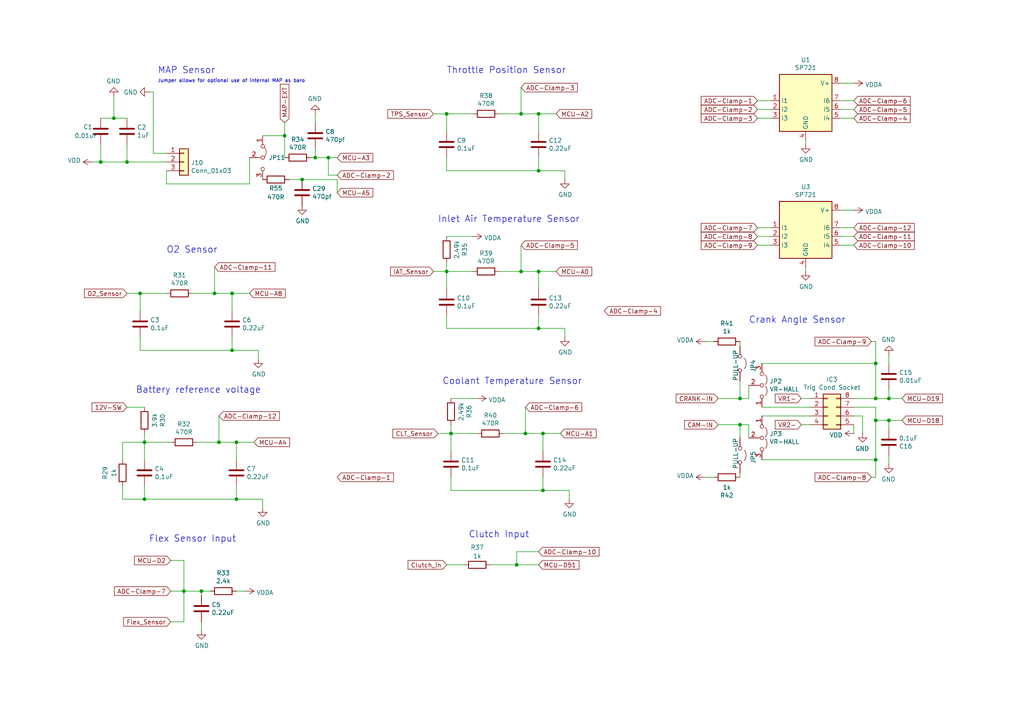
<source format=kicad_sch>
(kicad_sch (version 20250114) (generator "eeschema") (generator_version "9.0")
  (paper "A4")
  (title_block (title "0.4") (date "2021-03-27") (rev "4d") (company "Speeduino"))
  (lib_symbols
    (symbol "Connector_Generic:Conn_01x03" (pin_names (offset 1.016) (hide yes))
      (property "Reference" "J" (at 0 5.08 0))
      (property "Value" "Conn_01x03" (at 0 -5.08 0))
      (symbol "Conn_01x03_1_1"
        (rectangle (start -1.27 3.81) (end 1.27 -3.81) (stroke (width 0.254)) (fill (type background)))
        (rectangle (start -1.27 2.667) (end 0 2.413) (stroke (width 0.1524)))
        (rectangle (start -1.27 0.127) (end 0 -0.127) (stroke (width 0.1524)))
        (rectangle (start -1.27 -2.413) (end 0 -2.667) (stroke (width 0.1524)))
        (pin passive line (at -5.08 2.54 0) (length 3.81) (name "Pin_1") (number "1"))
        (pin passive line (at -5.08 0 0) (length 3.81) (name "Pin_2") (number "2"))
        (pin passive line (at -5.08 -2.54 0) (length 3.81) (name "Pin_3") (number "3"))
      )
    )
    (symbol "Connector_Generic:Conn_02x04_Counter_Clockwise" (pin_names (offset 1.016) (hide yes))
      (property "Reference" "J" (at 1.27 5.08 0))
      (property "Value" "Conn_02x04_Counter_Clockwise" (at 1.27 -7.62 0))
      (symbol "Conn_02x04_Counter_Clockwise_1_1"
        (rectangle (start -1.27 3.81) (end 3.81 -6.35) (stroke (width 0.254)) (fill (type background)))
        (rectangle (start -1.27 2.667) (end 0 2.413) (stroke (width 0.1524)))
        (rectangle (start -1.27 0.127) (end 0 -0.127) (stroke (width 0.1524)))
        (rectangle (start -1.27 -2.413) (end 0 -2.667) (stroke (width 0.1524)))
        (rectangle (start -1.27 -4.953) (end 0 -5.207) (stroke (width 0.1524)))
        (rectangle (start 3.81 2.667) (end 2.54 2.413) (stroke (width 0.1524)))
        (rectangle (start 3.81 0.127) (end 2.54 -0.127) (stroke (width 0.1524)))
        (rectangle (start 3.81 -2.413) (end 2.54 -2.667) (stroke (width 0.1524)))
        (rectangle (start 3.81 -4.953) (end 2.54 -5.207) (stroke (width 0.1524)))
        (pin passive line (at -5.08 2.54 0) (length 3.81) (name "Pin_1") (number "1"))
        (pin passive line (at -5.08 0 0) (length 3.81) (name "Pin_2") (number "2"))
        (pin passive line (at -5.08 -2.54 0) (length 3.81) (name "Pin_3") (number "3"))
        (pin passive line (at -5.08 -5.08 0) (length 3.81) (name "Pin_4") (number "4"))
        (pin passive line (at 7.62 2.54 180) (length 3.81) (name "Pin_8") (number "8"))
        (pin passive line (at 7.62 0 180) (length 3.81) (name "Pin_7") (number "7"))
        (pin passive line (at 7.62 -2.54 180) (length 3.81) (name "Pin_6") (number "6"))
        (pin passive line (at 7.62 -5.08 180) (length 3.81) (name "Pin_5") (number "5"))
      )
    )
    (symbol "Device:C" (pin_numbers (hide yes)) (pin_names (offset 0.254))
      (property "Reference" "C" (at 0.635 2.54 0))
      (property "Value" "C" (at 0.635 -2.54 0))
      (symbol "C_0_1"
        (polyline (pts (xy -2.032 0.762) (xy 2.032 0.762)) (stroke (width 0.508)))
        (polyline (pts (xy -2.032 -0.762) (xy 2.032 -0.762)) (stroke (width 0.508)))
      )
      (symbol "C_1_1"
        (pin passive line (at 0 3.81 270) (length 2.794) (name "~") (number "1"))
        (pin passive line (at 0 -3.81 90) (length 2.794) (name "~") (number "2"))
      )
    )
    (symbol "Device:R" (pin_numbers (hide yes)) (pin_names (offset 0))
      (property "Reference" "R" (at 2.032 0 90))
      (property "Value" "R" (at 0 0 90))
      (symbol "R_0_1"
        (rectangle (start -1.016 -2.54) (end 1.016 2.54) (stroke (width 0.254)))
      )
      (symbol "R_1_1"
        (pin passive line (at 0 3.81 270) (length 1.27) (name "~") (number "1"))
        (pin passive line (at 0 -3.81 90) (length 1.27) (name "~") (number "2"))
      )
    )
    (symbol "IC_Automotive:SP721"
      (property "Reference" "U" (at 0 15.875 0))
      (property "Value" "IC_Automotive_SP721" (at 0 13.97 0))
      (symbol "SP721_0_1"
        (rectangle (start -7.62 -3.81) (end 7.62 12.7) (stroke (width 0.254)) (fill (type background)))
      )
      (symbol "SP721_1_1"
        (pin input line (at -10.16 5.08 0) (length 2.54) (name "I1") (number "1"))
        (pin input line (at -10.16 2.54 0) (length 2.54) (name "I2") (number "2"))
        (pin input line (at -10.16 0 0) (length 2.54) (name "I3") (number "3"))
        (pin power_in line (at 0 -6.35 90) (length 2.54) (name "GND") (number "4"))
        (pin power_in line (at 10.16 10.16 180) (length 2.54) (name "V+") (number "8"))
        (pin input line (at 10.16 5.08 180) (length 2.54) (name "I6") (number "7"))
        (pin input line (at 10.16 2.54 180) (length 2.54) (name "I5") (number "6"))
        (pin input line (at 10.16 0 180) (length 2.54) (name "I4") (number "5"))
      )
    )
    (symbol "Jumper:Jumper_2_Open" (pin_numbers (hide yes)) (pin_names (offset 0) (hide yes))
      (property "Reference" "JP" (at 0 2.794 0))
      (property "Value" "Jumper_2_Open" (at 0 -2.286 0))
      (symbol "Jumper_2_Open_0_0"
        (circle (center -2.032 0) (radius 0.508))
        (circle (center 2.032 0) (radius 0.508))
      )
      (symbol "Jumper_2_Open_0_1"
        (arc (start -1.524 1.27) (mid 0 1.778) (end 1.524 1.27))
      )
      (symbol "Jumper_2_Open_1_1"
        (pin passive line (at -5.08 0 0) (length 2.54) (name "A") (number "1"))
        (pin passive line (at 5.08 0 180) (length 2.54) (name "B") (number "2"))
      )
    )
    (symbol "Jumper:Jumper_3_Bridged12" (pin_names (offset 0) (hide yes)) (in_bom no)
      (property "Reference" "JP" (at -2.54 -2.54 0))
      (property "Value" "Jumper_3_Bridged12" (at 0 2.794 0))
      (symbol "Jumper_3_Bridged12_0_0"
        (circle (center -3.302 0) (radius 0.508))
        (circle (center 0 0) (radius 0.508))
        (circle (center 3.302 0) (radius 0.508))
      )
      (symbol "Jumper_3_Bridged12_0_1"
        (arc (start -3.048 0.508) (mid -1.651 0.9912) (end -0.254 0.508))
        (polyline (pts (xy 0 -1.27) (xy 0 -0.508)))
      )
      (symbol "Jumper_3_Bridged12_1_1"
        (pin passive line (at -6.35 0 0) (length 2.54) (name "A") (number "1"))
        (pin passive line (at 0 -3.81 90) (length 2.54) (name "C") (number "2"))
        (pin passive line (at 6.35 0 180) (length 2.54) (name "B") (number "3"))
      )
    )
    (symbol "Jumper:Jumper_3_Open" (pin_names (offset 0) (hide yes)) (in_bom no)
      (property "Reference" "JP" (at -2.54 -2.54 0))
      (property "Value" "Jumper_3_Open" (at 0 2.794 0))
      (symbol "Jumper_3_Open_0_0"
        (circle (center -3.302 0) (radius 0.508))
        (circle (center 0 0) (radius 0.508))
        (circle (center 3.302 0) (radius 0.508))
      )
      (symbol "Jumper_3_Open_0_1"
        (arc (start -3.048 1.016) (mid -1.651 1.4992) (end -0.254 1.016))
        (polyline (pts (xy 0 -0.508) (xy 0 -1.27)))
        (arc (start 0.254 1.016) (mid 1.651 1.4992) (end 3.048 1.016))
      )
      (symbol "Jumper_3_Open_1_1"
        (pin passive line (at -6.35 0 0) (length 2.54) (name "A") (number "1"))
        (pin passive line (at 0 -3.81 90) (length 2.54) (name "C") (number "2"))
        (pin passive line (at 6.35 0 180) (length 2.54) (name "B") (number "3"))
      )
    )
    (symbol "power:GND" (power) (pin_numbers (hide yes)) (pin_names (offset 0) (hide yes))
      (property "Value" "GND" (at 0 -3.81 0))
      (symbol "GND_0_1"
        (polyline (pts (xy 0 0) (xy 0 -1.27) (xy 1.27 -1.27) (xy 0 -2.54) (xy -1.27 -1.27) (xy 0 -1.27)))
      )
      (symbol "GND_1_1"
        (pin power_in line (at 0 0 270) (length 0) (name "~") (number "1"))
      )
    )
    (symbol "power:VDD" (power) (pin_numbers (hide yes)) (pin_names (offset 0) (hide yes))
      (property "Value" "VDD" (at 0 3.556 0))
      (symbol "VDD_0_1"
        (polyline (pts (xy -0.762 1.27) (xy 0 2.54)))
        (polyline (pts (xy 0 2.54) (xy 0.762 1.27)))
        (polyline (pts (xy 0 0) (xy 0 2.54)))
      )
      (symbol "VDD_1_1"
        (pin power_in line (at 0 0 90) (length 0) (name "~") (number "1"))
      )
    )
    (symbol "power:VDDA" (power) (pin_numbers (hide yes)) (pin_names (offset 0) (hide yes))
      (property "Value" "VDDA" (at 0 3.556 0))
      (symbol "VDDA_0_1"
        (polyline (pts (xy -0.762 1.27) (xy 0 2.54)))
        (polyline (pts (xy 0 2.54) (xy 0.762 1.27)))
        (polyline (pts (xy 0 0) (xy 0 2.54)))
      )
      (symbol "VDDA_1_1"
        (pin power_in line (at 0 0 90) (length 0) (name "~") (number "1"))
      )
    )
  )
  (text "Battery reference voltage" (at 39.37 114.3 0) (effects (font (size 1.8796 1.8796)) (justify left bottom)))
  (text "Clutch Input" (at 135.89 156.21 0) (effects (font (size 1.8796 1.8796)) (justify left bottom)))
  (text "Flex Sensor Input" (at 43.18 157.48 0) (effects (font (size 1.8796 1.8796)) (justify left bottom)))
  (text "Coolant Temperature Sensor" (at 128.27 111.76 0) (effects (font (size 1.8796 1.8796)) (justify left bottom)))
  (text "Jumper allows for optional use of internal MAP as baro" (at 45.72 24.13 0) (effects (font (size 0.9906 0.9906)) (justify left bottom)))
  (text "MAP Sensor" (at 45.72 21.59 0) (effects (font (size 1.8796 1.8796)) (justify left bottom)))
  (text "O2 Sensor" (at 48.26 73.66 0) (effects (font (size 1.8796 1.8796)) (justify left bottom)))
  (text "Inlet Air Temperature Sensor" (at 127 64.77 0) (effects (font (size 1.8796 1.8796)) (justify left bottom)))
  (text "Crank Angle Sensor" (at 217.17 93.98 0) (effects (font (size 1.8796 1.8796)) (justify left bottom)))
  (text "Throttle Position Sensor" (at 129.54 21.59 0) (effects (font (size 1.8796 1.8796)) (justify left bottom)))
  (junction (at 254 133.35))
  (junction (at 58.42 171.45))
  (junction (at 214.63 115.57))
  (junction (at 257.81 115.57))
  (junction (at 149.86 163.83))
  (junction (at 95.25 45.72))
  (junction (at 156.21 33.02))
  (junction (at 254 121.92))
  (junction (at 67.31 101.6))
  (junction (at 156.21 49.53))
  (junction (at 68.58 128.27))
  (junction (at 91.44 45.72))
  (junction (at 214.63 123.19))
  (junction (at 63.5 128.27))
  (junction (at 257.81 121.92))
  (junction (at 41.91 144.78))
  (junction (at 157.48 125.73))
  (junction (at 87.63 52.07))
  (junction (at 33.02 34.29))
  (junction (at 53.34 171.45))
  (junction (at 156.21 78.74))
  (junction (at 152.4 125.73))
  (junction (at 254 115.57))
  (junction (at 36.83 46.99))
  (junction (at 151.13 33.02))
  (junction (at 29.21 46.99))
  (junction (at 41.91 128.27))
  (junction (at 151.13 78.74))
  (junction (at 254 105.41))
  (junction (at 156.21 95.25))
  (junction (at 157.48 142.24))
  (junction (at 40.64 85.09))
  (junction (at 62.23 85.09))
  (junction (at 129.54 78.74))
  (junction (at 82.55 39.37))
  (junction (at 68.58 144.78))
  (junction (at 129.54 33.02))
  (junction (at 130.81 125.73))
  (junction (at 67.31 85.09))
  (wire (pts (xy 67.31 85.09) (xy 67.31 90.17)))
  (wire (pts (xy 62.23 77.47) (xy 62.23 85.09)))
  (wire (pts (xy 53.34 171.45) (xy 49.53 171.45)))
  (wire (pts (xy 36.83 46.99) (xy 48.26 46.99)))
  (wire (pts (xy 62.23 85.09) (xy 67.31 85.09)))
  (wire (pts (xy 214.63 137.16) (xy 214.63 138.43)))
  (wire (pts (xy 130.81 142.24) (xy 157.48 142.24)))
  (wire (pts (xy 142.24 163.83) (xy 149.86 163.83)))
  (wire (pts (xy 151.13 25.4) (xy 151.13 33.02)))
  (wire (pts (xy 72.39 85.09) (xy 67.31 85.09)))
  (wire (pts (xy 76.2 39.37) (xy 82.55 39.37)))
  (wire (pts (xy 214.63 99.06) (xy 214.63 100.33)))
  (wire (pts (xy 149.86 163.83) (xy 156.21 163.83)))
  (wire (pts (xy 151.13 71.12) (xy 151.13 78.74)))
  (wire (pts (xy 95.25 50.8) (xy 95.25 45.72)))
  (wire (pts (xy 161.29 78.74) (xy 156.21 78.74)))
  (wire (pts (xy 254 121.92) (xy 257.81 121.92)))
  (wire (pts (xy 68.58 140.97) (xy 68.58 144.78)))
  (wire (pts (xy 129.54 38.1) (xy 129.54 33.02)))
  (wire (pts (xy 63.5 120.65) (xy 63.5 128.27)))
  (wire (pts (xy 157.48 142.24) (xy 165.1 142.24)))
  (wire (pts (xy 125.73 78.74) (xy 129.54 78.74)))
  (wire (pts (xy 33.02 34.29) (xy 33.02 27.94)))
  (wire (pts (xy 72.39 53.34) (xy 72.39 45.72)))
  (wire (pts (xy 247.65 66.04) (xy 243.84 66.04)))
  (wire (pts (xy 254 138.43) (xy 254 133.35)))
  (wire (pts (xy 35.56 133.35) (xy 35.56 128.27)))
  (wire (pts (xy 127 125.73) (xy 130.81 125.73)))
  (wire (pts (xy 129.54 78.74) (xy 137.16 78.74)))
  (wire (pts (xy 243.84 68.58) (xy 247.65 68.58)))
  (wire (pts (xy 254 121.92) (xy 254 118.11)))
  (wire (pts (xy 57.15 128.27) (xy 63.5 128.27)))
  (wire (pts (xy 156.21 33.02) (xy 156.21 38.1)))
  (wire (pts (xy 220.98 118.11) (xy 234.95 118.11)))
  (wire (pts (xy 129.54 33.02) (xy 137.16 33.02)))
  (wire (pts (xy 232.41 123.19) (xy 234.95 123.19)))
  (wire (pts (xy 247.65 24.13) (xy 243.84 24.13)))
  (wire (pts (xy 29.21 46.99) (xy 36.83 46.99)))
  (wire (pts (xy 129.54 76.2) (xy 129.54 78.74)))
  (wire (pts (xy 233.68 41.91) (xy 233.68 40.64)))
  (wire (pts (xy 29.21 34.29) (xy 33.02 34.29)))
  (wire (pts (xy 36.83 85.09) (xy 40.64 85.09)))
  (wire (pts (xy 247.65 123.19) (xy 247.65 125.73)))
  (wire (pts (xy 91.44 35.56) (xy 91.44 33.02)))
  (wire (pts (xy 129.54 163.83) (xy 134.62 163.83)))
  (wire (pts (xy 261.62 121.92) (xy 257.81 121.92)))
  (wire (pts (xy 95.25 45.72) (xy 97.79 45.72)))
  (wire (pts (xy 73.66 128.27) (xy 68.58 128.27)))
  (wire (pts (xy 129.54 49.53) (xy 156.21 49.53)))
  (wire (pts (xy 82.55 35.56) (xy 82.55 39.37)))
  (wire (pts (xy 91.44 45.72) (xy 95.25 45.72)))
  (wire (pts (xy 208.28 115.57) (xy 214.63 115.57)))
  (wire (pts (xy 60.96 171.45) (xy 58.42 171.45)))
  (wire (pts (xy 138.43 115.57) (xy 130.81 115.57)))
  (wire (pts (xy 257.81 134.62) (xy 257.81 132.08)))
  (wire (pts (xy 157.48 138.43) (xy 157.48 142.24)))
  (wire (pts (xy 41.91 144.78) (xy 68.58 144.78)))
  (wire (pts (xy 40.64 90.17) (xy 40.64 85.09)))
  (wire (pts (xy 68.58 144.78) (xy 76.2 144.78)))
  (wire (pts (xy 157.48 125.73) (xy 157.48 130.81)))
  (wire (pts (xy 214.63 115.57) (xy 217.17 115.57)))
  (wire (pts (xy 252.73 99.06) (xy 254 99.06)))
  (wire (pts (xy 214.63 127) (xy 214.63 123.19)))
  (wire (pts (xy 156.21 95.25) (xy 163.83 95.25)))
  (wire (pts (xy 156.21 160.02) (xy 149.86 160.02)))
  (wire (pts (xy 91.44 45.72) (xy 91.44 43.18)))
  (wire (pts (xy 137.16 68.58) (xy 129.54 68.58)))
  (wire (pts (xy 247.65 60.96) (xy 243.84 60.96)))
  (wire (pts (xy 35.56 128.27) (xy 41.91 128.27)))
  (wire (pts (xy 156.21 45.72) (xy 156.21 49.53)))
  (wire (pts (xy 44.45 26.67) (xy 44.45 44.45)))
  (wire (pts (xy 53.34 180.34) (xy 53.34 171.45)))
  (wire (pts (xy 257.81 115.57) (xy 257.81 113.03)))
  (wire (pts (xy 82.55 39.37) (xy 82.55 45.72)))
  (wire (pts (xy 26.67 46.99) (xy 29.21 46.99)))
  (wire (pts (xy 41.91 140.97) (xy 41.91 144.78)))
  (wire (pts (xy 76.2 144.78) (xy 76.2 147.32)))
  (wire (pts (xy 254 115.57) (xy 257.81 115.57)))
  (wire (pts (xy 29.21 46.99) (xy 29.21 41.91)))
  (wire (pts (xy 254 133.35) (xy 254 121.92)))
  (wire (pts (xy 130.81 138.43) (xy 130.81 142.24)))
  (wire (pts (xy 219.71 29.21) (xy 223.52 29.21)))
  (wire (pts (xy 125.73 33.02) (xy 129.54 33.02)))
  (wire (pts (xy 49.53 180.34) (xy 53.34 180.34)))
  (wire (pts (xy 220.98 133.35) (xy 254 133.35)))
  (wire (pts (xy 97.79 52.07) (xy 87.63 52.07)))
  (wire (pts (xy 33.02 34.29) (xy 36.83 34.29)))
  (wire (pts (xy 44.45 44.45) (xy 48.26 44.45)))
  (wire (pts (xy 67.31 101.6) (xy 74.93 101.6)))
  (wire (pts (xy 40.64 85.09) (xy 48.26 85.09)))
  (wire (pts (xy 53.34 162.56) (xy 53.34 171.45)))
  (wire (pts (xy 35.56 140.97) (xy 35.56 144.78)))
  (wire (pts (xy 219.71 34.29) (xy 223.52 34.29)))
  (wire (pts (xy 43.18 26.67) (xy 44.45 26.67)))
  (wire (pts (xy 243.84 29.21) (xy 247.65 29.21)))
  (wire (pts (xy 204.47 99.06) (xy 207.01 99.06)))
  (wire (pts (xy 48.26 49.53) (xy 48.26 53.34)))
  (wire (pts (xy 163.83 49.53) (xy 163.83 52.07)))
  (wire (pts (xy 219.71 66.04) (xy 223.52 66.04)))
  (wire (pts (xy 36.83 46.99) (xy 36.83 41.91)))
  (wire (pts (xy 247.65 120.65) (xy 250.19 120.65)))
  (wire (pts (xy 41.91 133.35) (xy 41.91 128.27)))
  (wire (pts (xy 217.17 115.57) (xy 217.17 111.76)))
  (wire (pts (xy 223.52 68.58) (xy 219.71 68.58)))
  (wire (pts (xy 68.58 171.45) (xy 71.12 171.45)))
  (wire (pts (xy 250.19 120.65) (xy 250.19 125.73)))
  (wire (pts (xy 146.05 125.73) (xy 152.4 125.73)))
  (wire (pts (xy 97.79 50.8) (xy 95.25 50.8)))
  (wire (pts (xy 247.65 71.12) (xy 243.84 71.12)))
  (wire (pts (xy 68.58 128.27) (xy 68.58 133.35)))
  (wire (pts (xy 220.98 105.41) (xy 254 105.41)))
  (wire (pts (xy 152.4 118.11) (xy 152.4 125.73)))
  (wire (pts (xy 152.4 125.73) (xy 157.48 125.73)))
  (wire (pts (xy 63.5 128.27) (xy 68.58 128.27)))
  (wire (pts (xy 165.1 142.24) (xy 165.1 144.78)))
  (wire (pts (xy 83.82 52.07) (xy 87.63 52.07)))
  (wire (pts (xy 217.17 123.19) (xy 217.17 127)))
  (wire (pts (xy 40.64 97.79) (xy 40.64 101.6)))
  (wire (pts (xy 156.21 49.53) (xy 163.83 49.53)))
  (wire (pts (xy 208.28 123.19) (xy 214.63 123.19)))
  (wire (pts (xy 48.26 53.34) (xy 72.39 53.34)))
  (wire (pts (xy 130.81 130.81) (xy 130.81 125.73)))
  (wire (pts (xy 129.54 45.72) (xy 129.54 49.53)))
  (wire (pts (xy 144.78 78.74) (xy 151.13 78.74)))
  (wire (pts (xy 247.65 31.75) (xy 243.84 31.75)))
  (wire (pts (xy 129.54 95.25) (xy 156.21 95.25)))
  (wire (pts (xy 129.54 91.44) (xy 129.54 95.25)))
  (wire (pts (xy 261.62 115.57) (xy 257.81 115.57)))
  (wire (pts (xy 36.83 118.11) (xy 41.91 118.11)))
  (wire (pts (xy 232.41 115.57) (xy 234.95 115.57)))
  (wire (pts (xy 130.81 125.73) (xy 138.43 125.73)))
  (wire (pts (xy 243.84 34.29) (xy 247.65 34.29)))
  (wire (pts (xy 67.31 97.79) (xy 67.31 101.6)))
  (wire (pts (xy 220.98 120.65) (xy 234.95 120.65)))
  (wire (pts (xy 35.56 144.78) (xy 41.91 144.78)))
  (wire (pts (xy 41.91 128.27) (xy 49.53 128.27)))
  (wire (pts (xy 151.13 33.02) (xy 156.21 33.02)))
  (wire (pts (xy 233.68 77.47) (xy 233.68 78.74)))
  (wire (pts (xy 254 99.06) (xy 254 105.41)))
  (wire (pts (xy 254 118.11) (xy 247.65 118.11)))
  (wire (pts (xy 58.42 172.72) (xy 58.42 171.45)))
  (wire (pts (xy 163.83 95.25) (xy 163.83 97.79)))
  (wire (pts (xy 129.54 83.82) (xy 129.54 78.74)))
  (wire (pts (xy 162.56 125.73) (xy 157.48 125.73)))
  (wire (pts (xy 257.81 102.87) (xy 257.81 105.41)))
  (wire (pts (xy 144.78 33.02) (xy 151.13 33.02)))
  (wire (pts (xy 204.47 138.43) (xy 207.01 138.43)))
  (wire (pts (xy 156.21 78.74) (xy 156.21 83.82)))
  (wire (pts (xy 151.13 78.74) (xy 156.21 78.74)))
  (wire (pts (xy 58.42 171.45) (xy 53.34 171.45)))
  (wire (pts (xy 49.53 162.56) (xy 53.34 162.56)))
  (wire (pts (xy 219.71 71.12) (xy 223.52 71.12)))
  (wire (pts (xy 161.29 33.02) (xy 156.21 33.02)))
  (wire (pts (xy 214.63 123.19) (xy 217.17 123.19)))
  (wire (pts (xy 40.64 101.6) (xy 67.31 101.6)))
  (wire (pts (xy 247.65 115.57) (xy 254 115.57)))
  (wire (pts (xy 149.86 160.02) (xy 149.86 163.83)))
  (wire (pts (xy 97.79 55.88) (xy 97.79 52.07)))
  (wire (pts (xy 58.42 182.88) (xy 58.42 180.34)))
  (wire (pts (xy 223.52 31.75) (xy 219.71 31.75)))
  (wire (pts (xy 156.21 91.44) (xy 156.21 95.25)))
  (wire (pts (xy 252.73 138.43) (xy 254 138.43)))
  (wire (pts (xy 254 105.41) (xy 254 115.57)))
  (wire (pts (xy 55.88 85.09) (xy 62.23 85.09)))
  (wire (pts (xy 214.63 110.49) (xy 214.63 115.57)))
  (wire (pts (xy 130.81 123.19) (xy 130.81 125.73)))
  (wire (pts (xy 74.93 101.6) (xy 74.93 104.14)))
  (wire (pts (xy 257.81 121.92) (xy 257.81 124.46)))
  (wire (pts (xy 41.91 125.73) (xy 41.91 128.27)))
  (wire (pts (xy 90.17 45.72) (xy 91.44 45.72)))
  (global_label "ADC-Clamp-10" (shape input) (at 247.65 71.12 0) (property "Intersheetrefs" "${INTERSHEET_REFS}" (effects (hide yes))))
  (global_label "ADC-Clamp-2" (shape input) (at 97.79 50.8 0) (property "Intersheetrefs" "${INTERSHEET_REFS}" (effects (hide yes))))
  (global_label "MCU-A3" (shape input) (at 97.79 45.72 0) (property "Intersheetrefs" "${INTERSHEET_REFS}" (effects (hide yes))))
  (global_label "ADC-Clamp-6" (shape input) (at 247.65 29.21 0) (property "Intersheetrefs" "${INTERSHEET_REFS}" (effects (hide yes))))
  (global_label "ADC-Clamp-8" (shape input) (at 252.73 138.43 180) (property "Intersheetrefs" "${INTERSHEET_REFS}" (effects (hide yes))))
  (global_label "MCU-A4" (shape input) (at 73.66 128.27 0) (property "Intersheetrefs" "${INTERSHEET_REFS}" (effects (hide yes))))
  (global_label "ADC-Clamp-9" (shape input) (at 219.71 71.12 180) (property "Intersheetrefs" "${INTERSHEET_REFS}" (effects (hide yes))))
  (global_label "MAP-EXT" (shape input) (at 82.55 35.56 90) (property "Intersheetrefs" "${INTERSHEET_REFS}" (effects (hide yes))))
  (global_label "ADC-Clamp-8" (shape input) (at 219.71 68.58 180) (property "Intersheetrefs" "${INTERSHEET_REFS}" (effects (hide yes))))
  (global_label "MCU-D2" (shape input) (at 49.53 162.56 180) (property "Intersheetrefs" "${INTERSHEET_REFS}" (effects (hide yes))))
  (global_label "MCU-D51" (shape input) (at 156.21 163.83 0) (property "Intersheetrefs" "${INTERSHEET_REFS}" (effects (hide yes))))
  (global_label "ADC-Clamp-9" (shape input) (at 252.73 99.06 180) (property "Intersheetrefs" "${INTERSHEET_REFS}" (effects (hide yes))))
  (global_label "ADC-Clamp-12" (shape input) (at 247.65 66.04 0) (property "Intersheetrefs" "${INTERSHEET_REFS}" (effects (hide yes))))
  (global_label "CAM-IN" (shape input) (at 208.28 123.19 180) (property "Intersheetrefs" "${INTERSHEET_REFS}" (effects (hide yes))))
  (global_label "ADC-Clamp-4" (shape input) (at 175.26 90.17 0) (property "Intersheetrefs" "${INTERSHEET_REFS}" (effects (hide yes))))
  (global_label "MCU-A8" (shape input) (at 72.39 85.09 0) (property "Intersheetrefs" "${INTERSHEET_REFS}" (effects (hide yes))))
  (global_label "MCU-A1" (shape input) (at 162.56 125.73 0) (property "Intersheetrefs" "${INTERSHEET_REFS}" (effects (hide yes))))
  (global_label "ADC-Clamp-1" (shape input) (at 219.71 29.21 180) (property "Intersheetrefs" "${INTERSHEET_REFS}" (effects (hide yes))))
  (global_label "MCU-A2" (shape input) (at 161.29 33.02 0) (property "Intersheetrefs" "${INTERSHEET_REFS}" (effects (hide yes))))
  (global_label "ADC-Clamp-7" (shape input) (at 49.53 171.45 180) (property "Intersheetrefs" "${INTERSHEET_REFS}" (effects (hide yes))))
  (global_label "ADC-Clamp-5" (shape input) (at 151.13 71.12 0) (property "Intersheetrefs" "${INTERSHEET_REFS}" (effects (hide yes))))
  (global_label "VR2-" (shape input) (at 232.41 123.19 180) (property "Intersheetrefs" "${INTERSHEET_REFS}" (effects (hide yes))))
  (global_label "Clutch_in" (shape input) (at 129.54 163.83 180) (property "Intersheetrefs" "${INTERSHEET_REFS}" (effects (hide yes))))
  (global_label "ADC-Clamp-11" (shape input) (at 247.65 68.58 0) (property "Intersheetrefs" "${INTERSHEET_REFS}" (effects (hide yes))))
  (global_label "MCU-A0" (shape input) (at 161.29 78.74 0) (property "Intersheetrefs" "${INTERSHEET_REFS}" (effects (hide yes))))
  (global_label "Flex_Sensor" (shape input) (at 49.53 180.34 180) (property "Intersheetrefs" "${INTERSHEET_REFS}" (effects (hide yes))))
  (global_label "MCU-A5" (shape input) (at 97.79 55.88 0) (property "Intersheetrefs" "${INTERSHEET_REFS}" (effects (hide yes))))
  (global_label "ADC-Clamp-10" (shape input) (at 156.21 160.02 0) (property "Intersheetrefs" "${INTERSHEET_REFS}" (effects (hide yes))))
  (global_label "CRANK-IN" (shape input) (at 208.28 115.57 180) (property "Intersheetrefs" "${INTERSHEET_REFS}" (effects (hide yes))))
  (global_label "MCU-D18" (shape input) (at 261.62 121.92 0) (property "Intersheetrefs" "${INTERSHEET_REFS}" (effects (hide yes))))
  (global_label "12V-SW" (shape input) (at 36.83 118.11 180) (property "Intersheetrefs" "${INTERSHEET_REFS}" (effects (hide yes))))
  (global_label "ADC-Clamp-6" (shape input) (at 152.4 118.11 0) (property "Intersheetrefs" "${INTERSHEET_REFS}" (effects (hide yes))))
  (global_label "ADC-Clamp-12" (shape input) (at 63.5 120.65 0) (property "Intersheetrefs" "${INTERSHEET_REFS}" (effects (hide yes))))
  (global_label "ADC-Clamp-4" (shape input) (at 247.65 34.29 0) (property "Intersheetrefs" "${INTERSHEET_REFS}" (effects (hide yes))))
  (global_label "VR1-" (shape input) (at 232.41 115.57 180) (property "Intersheetrefs" "${INTERSHEET_REFS}" (effects (hide yes))))
  (global_label "ADC-Clamp-3" (shape input) (at 151.13 25.4 0) (property "Intersheetrefs" "${INTERSHEET_REFS}" (effects (hide yes))))
  (global_label "TPS_Sensor" (shape input) (at 125.73 33.02 180) (property "Intersheetrefs" "${INTERSHEET_REFS}" (effects (hide yes))))
  (global_label "ADC-Clamp-7" (shape input) (at 219.71 66.04 180) (property "Intersheetrefs" "${INTERSHEET_REFS}" (effects (hide yes))))
  (global_label "ADC-Clamp-11" (shape input) (at 62.23 77.47 0) (property "Intersheetrefs" "${INTERSHEET_REFS}" (effects (hide yes))))
  (global_label "ADC-Clamp-3" (shape input) (at 219.71 34.29 180) (property "Intersheetrefs" "${INTERSHEET_REFS}" (effects (hide yes))))
  (global_label "O2_Sensor" (shape input) (at 36.83 85.09 180) (property "Intersheetrefs" "${INTERSHEET_REFS}" (effects (hide yes))))
  (global_label "ADC-Clamp-1" (shape input) (at 97.79 138.43 0) (property "Intersheetrefs" "${INTERSHEET_REFS}" (effects (hide yes))))
  (global_label "IAT_Sensor" (shape input) (at 125.73 78.74 180) (property "Intersheetrefs" "${INTERSHEET_REFS}" (effects (hide yes))))
  (global_label "ADC-Clamp-5" (shape input) (at 247.65 31.75 0) (property "Intersheetrefs" "${INTERSHEET_REFS}" (effects (hide yes))))
  (global_label "MCU-D19" (shape input) (at 261.62 115.57 0) (property "Intersheetrefs" "${INTERSHEET_REFS}" (effects (hide yes))))
  (global_label "ADC-Clamp-2" (shape input) (at 219.71 31.75 180) (property "Intersheetrefs" "${INTERSHEET_REFS}" (effects (hide yes))))
  (global_label "CLT_Sensor" (shape input) (at 127 125.73 180) (property "Intersheetrefs" "${INTERSHEET_REFS}" (effects (hide yes))))
  (symbol (lib_id "power:GND") (at 43.18 26.67 270) (unit 1)
    (property "Reference" "#PWR023" (effects (hide yes)))
    (property "Value" "GND" (at 39.9288 26.797 90) (effects (justify right)))
  )
  (symbol (lib_id "power:GND") (at 91.44 33.02 180) (unit 1)
    (property "Reference" "#PWR029" (effects (hide yes)))
    (property "Value" "GND" (at 91.313 28.6258 0))
  )
  (symbol (lib_id "Device:C") (at 91.44 39.37 0) (unit 1)
    (property "Reference" "C8" (at 94.361 38.2016 0) (effects (justify left)))
    (property "Value" "470pf" (at 94.361 40.513 0) (effects (justify left)))
    (property "Footprint" "Capacitor_THT:C_Disc_D5.0mm_W2.5mm_P2.50mm" (effects (hide yes)))
    (property "Digikey Part Number" "445-180522-1-ND" (effects (hide yes)))
    (property "Manufacturer_Name" "TDK" (effects (hide yes)))
    (property "Manufacturer_Part_Number" "FA18NP01H471JNU06" (effects (hide yes)))
    (property "URL" "https://www.digikey.com.au/product-detail/en/tdk-corporation/FA18NP01H471JNU06/445-180522-1-ND/9560648" (effects (hide yes)))
  )
  (symbol (lib_id "Device:R") (at 86.36 45.72 270) (unit 1)
    (property "Reference" "R34" (at 86.36 40.4622 90))
    (property "Value" "470R" (at 86.36 42.7736 90))
    (property "Footprint" "Resistor_THT:R_Axial_DIN0204_L3.6mm_D1.6mm_P5.08mm_Horizontal" (effects (hide yes)))
    (property "Manufacturer_Name" "Vishay" (effects (hide yes)))
    (property "Manufacturer_Part_Number" "MBA02040C4700FRP00" (effects (hide yes)))
    (property "URL" "https://www.digikey.com.au/product-detail/en/vishay-beyschlag-draloric-bc-components/MBA02040C4700FRP00/BC3516CT-ND/7350946" (effects (hide yes)))
    (property "Digikey Part Number" "BC3516CT-ND" (effects (hide yes)))
  )
  (symbol (lib_id "Device:C") (at 29.21 38.1 0) (unit 1)
    (property "Reference" "C1" (at 24.13 36.83 0) (effects (justify left)))
    (property "Value" "0.01uF" (at 21.59 39.37 0) (effects (justify left)))
    (property "Footprint" "Capacitor_THT:C_Disc_D5.0mm_W2.5mm_P2.50mm" (effects (hide yes)))
    (property "Digikey Part Number" "445-174244-1-ND" (effects (hide yes)))
    (property "Manufacturer_Name" "TDK" (effects (hide yes)))
    (property "Manufacturer_Part_Number" "FA18X7R1H103KNU06" (effects (hide yes)))
    (property "URL" "https://www.digikey.com.au/product-detail/en/tdk-corporation/FA18X7R1H103KNU06/445-174244-1-ND/5865002" (effects (hide yes)))
  )
  (symbol (lib_id "Device:C") (at 36.83 38.1 0) (unit 1)
    (property "Reference" "C2" (at 39.751 36.9316 0) (effects (justify left)))
    (property "Value" "1uF" (at 39.751 39.243 0) (effects (justify left)))
    (property "Footprint" "Capacitor_THT:C_Disc_D5.0mm_W2.5mm_P2.50mm" (effects (hide yes)))
    (property "Digikey Part Number" "445-180543-1-ND" (effects (hide yes)))
    (property "Manufacturer_Name" "TDK" (effects (hide yes)))
    (property "Manufacturer_Part_Number" "FA18X7R1E105KRU06" (effects (hide yes)))
    (property "URL" "https://www.digikey.com.au/product-detail/en/tdk-corporation/FA18X7R1E105KRU06/445-180543-1-ND/9560669" (effects (hide yes)))
  )
  (symbol (lib_id "power:GND") (at 33.02 27.94 180) (unit 1)
    (property "Reference" "#PWR025" (effects (hide yes)))
    (property "Value" "GND" (at 32.893 23.5458 0))
  )
  (symbol (lib_id "Device:R") (at 210.82 99.06 270) (unit 1)
    (property "Reference" "R41" (at 210.82 93.8022 90))
    (property "Value" "1k" (at 210.82 96.1136 90))
    (property "Footprint" "Resistor_THT:R_Axial_DIN0204_L3.6mm_D1.6mm_P5.08mm_Horizontal" (effects (hide yes)))
    (property "Digikey Part Number" "BC1.00KXCT-ND" (effects (hide yes)))
    (property "Manufacturer_Name" "Vishay" (effects (hide yes)))
    (property "Manufacturer_Part_Number" "MBA02040C1001FRP00" (effects (hide yes)))
  )
  (symbol (lib_id "Device:C") (at 257.81 109.22 0) (unit 1)
    (property "Reference" "C15" (at 260.731 108.0516 0) (effects (justify left)))
    (property "Value" "0.01uF" (at 260.731 110.363 0) (effects (justify left)))
    (property "Footprint" "Capacitor_THT:C_Disc_D5.0mm_W2.5mm_P2.50mm" (effects (hide yes)))
    (property "Digikey Part Number" "445-174244-1-ND" (effects (hide yes)))
    (property "Manufacturer_Name" "TDK" (effects (hide yes)))
    (property "Manufacturer_Part_Number" "FA18X7R1H103KNU06" (effects (hide yes)))
    (property "URL" "https://www.digikey.com.au/product-detail/en/tdk-corporation/FA18X7R1H103KNU06/445-174244-1-ND/5865002" (effects (hide yes)))
  )
  (symbol (lib_id "power:GND") (at 257.81 102.87 180) (unit 1)
    (property "Reference" "#PWR040" (effects (hide yes)))
    (property "Value" "GND" (at 257.683 98.4758 0))
  )
  (symbol (lib_id "Device:R") (at 210.82 138.43 270) (mirror x) (unit 1)
    (property "Reference" "R42" (at 210.82 143.6878 90))
    (property "Value" "1k" (at 210.82 141.3764 90))
    (property "Footprint" "Resistor_THT:R_Axial_DIN0204_L3.6mm_D1.6mm_P5.08mm_Horizontal" (effects (hide yes)))
    (property "Digikey Part Number" "BC1.00KXCT-ND" (effects (hide yes)))
    (property "Manufacturer_Name" "Vishay" (effects (hide yes)))
    (property "Manufacturer_Part_Number" "MBA02040C1001FRP00" (effects (hide yes)))
  )
  (symbol (lib_id "Device:C") (at 257.81 128.27 0) (mirror x) (unit 1)
    (property "Reference" "C16" (at 260.731 129.4384 0) (effects (justify left)))
    (property "Value" "0.1uF" (at 260.731 127.127 0) (effects (justify left)))
    (property "Footprint" "Capacitor_THT:C_Disc_D5.0mm_W2.5mm_P2.50mm" (effects (hide yes)))
    (property "Digikey Part Number" "445-180563-1-ND" (effects (hide yes)))
    (property "Manufacturer_Name" "TDK" (effects (hide yes)))
    (property "Manufacturer_Part_Number" "FA18X8R1E104KNU06" (effects (hide yes)))
    (property "URL" "https://www.digikey.com.au/product-detail/en/tdk-corporation/FA18X8R1E104KNU06/445-180563-1-ND/9560689" (effects (hide yes)))
  )
  (symbol (lib_id "power:GND") (at 257.81 134.62 0) (mirror y) (unit 1)
    (property "Reference" "#PWR041" (effects (hide yes)))
    (property "Value" "GND" (at 257.683 139.0142 0))
  )
  (symbol (lib_id "power:GND") (at 233.68 41.91 0) (unit 1)
    (property "Reference" "#PWR039" (effects (hide yes)))
    (property "Value" "GND" (at 233.807 46.3042 0))
  )
  (symbol (lib_id "Device:R") (at 52.07 85.09 270) (unit 1)
    (property "Reference" "R31" (at 52.07 79.8322 90))
    (property "Value" "470R" (at 52.07 82.1436 90))
    (property "Footprint" "Resistor_THT:R_Axial_DIN0204_L3.6mm_D1.6mm_P5.08mm_Horizontal" (effects (hide yes)))
    (property "Manufacturer_Name" "Vishay" (effects (hide yes)))
    (property "Manufacturer_Part_Number" "MBA02040C4700FRP00" (effects (hide yes)))
    (property "URL" "https://www.digikey.com.au/product-detail/en/vishay-beyschlag-draloric-bc-components/MBA02040C4700FRP00/BC3516CT-ND/7350946" (effects (hide yes)))
    (property "Digikey Part Number" "BC3516CT-ND" (effects (hide yes)))
  )
  (symbol (lib_id "Device:C") (at 67.31 93.98 0) (unit 1)
    (property "Reference" "C6" (at 70.231 92.8116 0) (effects (justify left)))
    (property "Value" "0.22uF" (at 70.231 95.123 0) (effects (justify left)))
    (property "Footprint" "Capacitor_THT:C_Disc_D5.0mm_W2.5mm_P2.50mm" (effects (hide yes)))
    (property "Digikey Part Number" "445-180564-1-ND" (effects (hide yes)))
    (property "Manufacturer_Name" "TDK" (effects (hide yes)))
    (property "Manufacturer_Part_Number" "FA18X8R1E224KRU06" (effects (hide yes)))
    (property "URL" "https://www.digikey.com.au/product-detail/en/tdk-corporation/FA18X8R1E224KRU06/445-180564-1-ND/9560690" (effects (hide yes)))
  )
  (symbol (lib_id "Device:C") (at 40.64 93.98 0) (unit 1)
    (property "Reference" "C3" (at 43.561 92.8116 0) (effects (justify left)))
    (property "Value" "0.1uF" (at 43.561 95.123 0) (effects (justify left)))
    (property "Footprint" "Capacitor_THT:C_Disc_D5.0mm_W2.5mm_P2.50mm" (effects (hide yes)))
    (property "Digikey Part Number" "445-180563-1-ND" (effects (hide yes)))
    (property "Manufacturer_Name" "TDK" (effects (hide yes)))
    (property "Manufacturer_Part_Number" "FA18X8R1E104KNU06" (effects (hide yes)))
    (property "URL" "https://www.digikey.com.au/product-detail/en/tdk-corporation/FA18X8R1E104KNU06/445-180563-1-ND/9560689" (effects (hide yes)))
  )
  (symbol (lib_id "power:GND") (at 74.93 104.14 0) (unit 1)
    (property "Reference" "#PWR028" (effects (hide yes)))
    (property "Value" "GND" (at 75.057 108.5342 0))
  )
  (symbol (lib_id "Device:R") (at 140.97 33.02 270) (unit 1)
    (property "Reference" "R38" (at 140.97 27.7622 90))
    (property "Value" "470R" (at 140.97 30.0736 90))
    (property "Footprint" "Resistor_THT:R_Axial_DIN0204_L3.6mm_D1.6mm_P5.08mm_Horizontal" (effects (hide yes)))
    (property "Manufacturer_Name" "Vishay" (effects (hide yes)))
    (property "Manufacturer_Part_Number" "MBA02040C4700FRP00" (effects (hide yes)))
    (property "URL" "https://www.digikey.com.au/product-detail/en/vishay-beyschlag-draloric-bc-components/MBA02040C4700FRP00/BC3516CT-ND/7350946" (effects (hide yes)))
    (property "Digikey Part Number" "BC3516CT-ND" (effects (hide yes)))
  )
  (symbol (lib_id "Device:C") (at 156.21 41.91 0) (unit 1)
    (property "Reference" "C12" (at 159.131 40.7416 0) (effects (justify left)))
    (property "Value" "0.22uF" (at 159.131 43.053 0) (effects (justify left)))
    (property "Footprint" "Capacitor_THT:C_Disc_D5.0mm_W2.5mm_P2.50mm" (effects (hide yes)))
    (property "Digikey Part Number" "445-180564-1-ND" (effects (hide yes)))
    (property "Manufacturer_Name" "TDK" (effects (hide yes)))
    (property "Manufacturer_Part_Number" "FA18X8R1E224KRU06" (effects (hide yes)))
    (property "URL" "https://www.digikey.com.au/product-detail/en/tdk-corporation/FA18X8R1E224KRU06/445-180564-1-ND/9560690" (effects (hide yes)))
  )
  (symbol (lib_id "Device:C") (at 129.54 41.91 0) (unit 1)
    (property "Reference" "C9" (at 132.461 40.7416 0) (effects (justify left)))
    (property "Value" "0.1uF" (at 132.461 43.053 0) (effects (justify left)))
    (property "Footprint" "Capacitor_THT:C_Disc_D5.0mm_W2.5mm_P2.50mm" (effects (hide yes)))
    (property "Digikey Part Number" "445-180563-1-ND" (effects (hide yes)))
    (property "Manufacturer_Name" "TDK" (effects (hide yes)))
    (property "Manufacturer_Part_Number" "FA18X8R1E104KNU06" (effects (hide yes)))
    (property "URL" "https://www.digikey.com.au/product-detail/en/tdk-corporation/FA18X8R1E104KNU06/445-180563-1-ND/9560689" (effects (hide yes)))
  )
  (symbol (lib_id "power:GND") (at 163.83 52.07 0) (unit 1)
    (property "Reference" "#PWR034" (effects (hide yes)))
    (property "Value" "GND" (at 163.957 56.4642 0))
  )
  (symbol (lib_id "Device:R") (at 140.97 78.74 270) (unit 1)
    (property "Reference" "R39" (at 140.97 73.4822 90))
    (property "Value" "470R" (at 140.97 75.7936 90))
    (property "Footprint" "Resistor_THT:R_Axial_DIN0204_L3.6mm_D1.6mm_P5.08mm_Horizontal" (effects (hide yes)))
    (property "Manufacturer_Name" "Vishay" (effects (hide yes)))
    (property "Manufacturer_Part_Number" "MBA02040C4700FRP00" (effects (hide yes)))
    (property "URL" "https://www.digikey.com.au/product-detail/en/vishay-beyschlag-draloric-bc-components/MBA02040C4700FRP00/BC3516CT-ND/7350946" (effects (hide yes)))
    (property "Digikey Part Number" "BC3516CT-ND" (effects (hide yes)))
  )
  (symbol (lib_id "Device:C") (at 156.21 87.63 0) (unit 1)
    (property "Reference" "C13" (at 159.131 86.4616 0) (effects (justify left)))
    (property "Value" "0.22uF" (at 159.131 88.773 0) (effects (justify left)))
    (property "Footprint" "Capacitor_THT:C_Disc_D5.0mm_W2.5mm_P2.50mm" (effects (hide yes)))
    (property "Digikey Part Number" "445-180564-1-ND" (effects (hide yes)))
    (property "Manufacturer_Name" "TDK" (effects (hide yes)))
    (property "Manufacturer_Part_Number" "FA18X8R1E224KRU06" (effects (hide yes)))
    (property "URL" "https://www.digikey.com.au/product-detail/en/tdk-corporation/FA18X8R1E224KRU06/445-180564-1-ND/9560690" (effects (hide yes)))
  )
  (symbol (lib_id "Device:C") (at 129.54 87.63 0) (unit 1)
    (property "Reference" "C10" (at 132.461 86.4616 0) (effects (justify left)))
    (property "Value" "0.1uF" (at 132.461 88.773 0) (effects (justify left)))
    (property "Footprint" "Capacitor_THT:C_Disc_D5.0mm_W2.5mm_P2.50mm" (effects (hide yes)))
    (property "Digikey Part Number" "445-180563-1-ND" (effects (hide yes)))
    (property "Manufacturer_Name" "TDK" (effects (hide yes)))
    (property "Manufacturer_Part_Number" "FA18X8R1E104KNU06" (effects (hide yes)))
    (property "URL" "https://www.digikey.com.au/product-detail/en/tdk-corporation/FA18X8R1E104KNU06/445-180563-1-ND/9560689" (effects (hide yes)))
  )
  (symbol (lib_id "power:GND") (at 163.83 97.79 0) (unit 1)
    (property "Reference" "#PWR035" (effects (hide yes)))
    (property "Value" "GND" (at 163.957 102.1842 0))
  )
  (symbol (lib_id "Device:R") (at 129.54 72.39 180) (unit 1)
    (property "Reference" "R35" (at 134.7978 72.39 90))
    (property "Value" "2.49k" (at 132.4864 72.39 90))
    (property "Footprint" "Resistor_THT:R_Axial_DIN0204_L3.6mm_D1.6mm_P5.08mm_Horizontal" (effects (hide yes)))
    (property "Digikey Part Number" "BC2.49KXCT-ND" (effects (hide yes)))
    (property "Manufacturer_Name" "Vishay" (effects (hide yes)))
    (property "Manufacturer_Part_Number" "MBA02040C2491FRP00" (effects (hide yes)))
    (property "URL" "https://www.digikey.com.au/product-detail/en/vishay-beyschlag-draloric-bc-components/MBA02040C2491FRP00/BC2-49KXCT-ND/336807" (effects (hide yes)))
  )
  (symbol (lib_id "power:VDDA") (at 137.16 68.58 270) (unit 1)
    (property "Reference" "#PWR031" (effects (hide yes)))
    (property "Value" "VDDA" (at 140.4112 69.0118 90) (effects (justify left)))
  )
  (symbol (lib_id "Device:R") (at 142.24 125.73 270) (unit 1)
    (property "Reference" "R40" (at 142.24 120.4722 90))
    (property "Value" "470R" (at 142.24 122.7836 90))
    (property "Footprint" "Resistor_THT:R_Axial_DIN0204_L3.6mm_D1.6mm_P5.08mm_Horizontal" (effects (hide yes)))
    (property "Manufacturer_Name" "Vishay" (effects (hide yes)))
    (property "Manufacturer_Part_Number" "MBA02040C4700FRP00" (effects (hide yes)))
    (property "URL" "https://www.digikey.com.au/product-detail/en/vishay-beyschlag-draloric-bc-components/MBA02040C4700FRP00/BC3516CT-ND/7350946" (effects (hide yes)))
    (property "Digikey Part Number" "BC3516CT-ND" (effects (hide yes)))
  )
  (symbol (lib_id "Device:C") (at 157.48 134.62 0) (unit 1)
    (property "Reference" "C14" (at 160.401 133.4516 0) (effects (justify left)))
    (property "Value" "0.22uF" (at 160.401 135.763 0) (effects (justify left)))
    (property "Footprint" "Capacitor_THT:C_Disc_D5.0mm_W2.5mm_P2.50mm" (effects (hide yes)))
    (property "Digikey Part Number" "445-180564-1-ND" (effects (hide yes)))
    (property "Manufacturer_Name" "TDK" (effects (hide yes)))
    (property "Manufacturer_Part_Number" "FA18X8R1E224KRU06" (effects (hide yes)))
    (property "URL" "https://www.digikey.com.au/product-detail/en/tdk-corporation/FA18X8R1E224KRU06/445-180564-1-ND/9560690" (effects (hide yes)))
  )
  (symbol (lib_id "Device:C") (at 130.81 134.62 0) (unit 1)
    (property "Reference" "C11" (at 133.731 133.4516 0) (effects (justify left)))
    (property "Value" "0.1uF" (at 133.731 135.763 0) (effects (justify left)))
    (property "Footprint" "Capacitor_THT:C_Disc_D5.0mm_W2.5mm_P2.50mm" (effects (hide yes)))
    (property "Digikey Part Number" "445-180563-1-ND" (effects (hide yes)))
    (property "Manufacturer_Name" "TDK" (effects (hide yes)))
    (property "Manufacturer_Part_Number" "FA18X8R1E104KNU06" (effects (hide yes)))
    (property "URL" "https://www.digikey.com.au/product-detail/en/tdk-corporation/FA18X8R1E104KNU06/445-180563-1-ND/9560689" (effects (hide yes)))
  )
  (symbol (lib_id "power:GND") (at 165.1 144.78 0) (unit 1)
    (property "Reference" "#PWR036" (effects (hide yes)))
    (property "Value" "GND" (at 165.227 149.1742 0))
  )
  (symbol (lib_id "Device:R") (at 130.81 119.38 180) (unit 1)
    (property "Reference" "R36" (at 136.0678 119.38 90))
    (property "Value" "2.49k" (at 133.7564 119.38 90))
    (property "Footprint" "Resistor_THT:R_Axial_DIN0204_L3.6mm_D1.6mm_P5.08mm_Horizontal" (effects (hide yes)))
    (property "Digikey Part Number" "BC2.49KXCT-ND" (effects (hide yes)))
    (property "Manufacturer_Name" "Vishay" (effects (hide yes)))
    (property "Manufacturer_Part_Number" "MBA02040C2491FRP00" (effects (hide yes)))
    (property "URL" "https://www.digikey.com.au/product-detail/en/vishay-beyschlag-draloric-bc-components/MBA02040C2491FRP00/BC2-49KXCT-ND/336807" (effects (hide yes)))
  )
  (symbol (lib_id "power:VDDA") (at 138.43 115.57 270) (unit 1)
    (property "Reference" "#PWR032" (effects (hide yes)))
    (property "Value" "VDDA" (at 141.6812 116.0018 90) (effects (justify left)))
  )
  (symbol (lib_id "Device:R") (at 53.34 128.27 270) (unit 1)
    (property "Reference" "R32" (at 53.34 123.0122 90))
    (property "Value" "470R" (at 53.34 125.3236 90))
    (property "Footprint" "Resistor_THT:R_Axial_DIN0204_L3.6mm_D1.6mm_P5.08mm_Horizontal" (effects (hide yes)))
    (property "Manufacturer_Name" "Vishay" (effects (hide yes)))
    (property "Manufacturer_Part_Number" "MBA02040C4700FRP00" (effects (hide yes)))
    (property "URL" "https://www.digikey.com.au/product-detail/en/vishay-beyschlag-draloric-bc-components/MBA02040C4700FRP00/BC3516CT-ND/7350946" (effects (hide yes)))
    (property "Digikey Part Number" "BC3516CT-ND" (effects (hide yes)))
  )
  (symbol (lib_id "Device:C") (at 68.58 137.16 0) (unit 1)
    (property "Reference" "C7" (at 71.501 135.9916 0) (effects (justify left)))
    (property "Value" "0.22uF" (at 71.501 138.303 0) (effects (justify left)))
    (property "Footprint" "Capacitor_THT:C_Disc_D5.0mm_W2.5mm_P2.50mm" (effects (hide yes)))
    (property "Digikey Part Number" "445-180564-1-ND" (effects (hide yes)))
    (property "Manufacturer_Name" "TDK" (effects (hide yes)))
    (property "Manufacturer_Part_Number" "FA18X8R1E224KRU06" (effects (hide yes)))
    (property "URL" "https://www.digikey.com.au/product-detail/en/tdk-corporation/FA18X8R1E224KRU06/445-180564-1-ND/9560690" (effects (hide yes)))
  )
  (symbol (lib_id "Device:C") (at 41.91 137.16 0) (unit 1)
    (property "Reference" "C4" (at 44.831 135.9916 0) (effects (justify left)))
    (property "Value" "0.1uF" (at 44.831 138.303 0) (effects (justify left)))
    (property "Footprint" "Capacitor_THT:C_Disc_D5.0mm_W2.5mm_P2.50mm" (effects (hide yes)))
    (property "Digikey Part Number" "445-180563-1-ND" (effects (hide yes)))
    (property "Manufacturer_Name" "TDK" (effects (hide yes)))
    (property "Manufacturer_Part_Number" "FA18X8R1E104KNU06" (effects (hide yes)))
    (property "URL" "https://www.digikey.com.au/product-detail/en/tdk-corporation/FA18X8R1E104KNU06/445-180563-1-ND/9560689" (effects (hide yes)))
  )
  (symbol (lib_id "power:GND") (at 76.2 147.32 0) (unit 1)
    (property "Reference" "#PWR030" (effects (hide yes)))
    (property "Value" "GND" (at 76.327 151.7142 0))
  )
  (symbol (lib_id "Device:R") (at 41.91 121.92 180) (unit 1)
    (property "Reference" "R30" (at 47.1678 121.92 90))
    (property "Value" "3.9k" (at 44.8564 121.92 90))
    (property "Footprint" "Resistor_THT:R_Axial_DIN0204_L3.6mm_D1.6mm_P5.08mm_Horizontal" (effects (hide yes)))
    (property "Digikey Part Number" "BC3272CT-ND" (effects (hide yes)))
    (property "Manufacturer_Name" "Vishay" (effects (hide yes)))
    (property "Manufacturer_Part_Number" "MBA02040C3901FCT00" (effects (hide yes)))
    (property "URL" "https://www.digikey.com.au/product-detail/en/vishay-beyschlag-draloric-bc-components/MBA02040C3901FCT00/BC3272CT-ND/6138775" (effects (hide yes)))
  )
  (symbol (lib_id "Device:R") (at 35.56 137.16 180) (unit 1)
    (property "Reference" "R29" (at 30.48 137.16 90))
    (property "Value" "1k" (at 33.02 137.16 90))
    (property "Footprint" "Resistor_THT:R_Axial_DIN0204_L3.6mm_D1.6mm_P5.08mm_Horizontal" (effects (hide yes)))
    (property "Digikey Part Number" "BC1.00KXCT-ND" (effects (hide yes)))
    (property "Manufacturer_Name" "Vishay" (effects (hide yes)))
    (property "Manufacturer_Part_Number" "MBA02040C1001FRP00" (effects (hide yes)))
  )
  (symbol (lib_id "Device:R") (at 138.43 163.83 90) (unit 1)
    (property "Reference" "R37" (at 138.43 158.75 90))
    (property "Value" "1k" (at 138.43 161.29 90))
    (property "Footprint" "Resistor_THT:R_Axial_DIN0204_L3.6mm_D1.6mm_P5.08mm_Horizontal" (effects (hide yes)))
    (property "Digikey Part Number" "BC1.00KXCT-ND" (effects (hide yes)))
    (property "Manufacturer_Name" "Vishay" (effects (hide yes)))
    (property "Manufacturer_Part_Number" "MBA02040C1001FRP00" (effects (hide yes)))
  )
  (symbol (lib_id "Device:R") (at 64.77 171.45 270) (unit 1)
    (property "Reference" "R33" (at 64.77 166.1922 90))
    (property "Value" "2.4k" (at 64.77 168.5036 90))
    (property "Footprint" "Resistor_THT:R_Axial_DIN0204_L3.6mm_D1.6mm_P5.08mm_Horizontal" (effects (hide yes)))
    (property "Digikey Part Number" "BC3483CT-ND" (effects (hide yes)))
    (property "Manufacturer_Name" "Vishay" (effects (hide yes)))
    (property "Manufacturer_Part_Number" "MBA02040C2401FC100" (effects (hide yes)))
    (property "URL" "https://www.digikey.com.au/product-detail/en/vishay-beyschlag-draloric-bc-components/MBA02040C2401FC100/BC3483CT-ND/7350913" (effects (hide yes)))
  )
  (symbol (lib_id "Device:C") (at 58.42 176.53 0) (unit 1)
    (property "Reference" "C5" (at 61.341 175.3616 0) (effects (justify left)))
    (property "Value" "0.22uF" (at 61.341 177.673 0) (effects (justify left)))
    (property "Footprint" "Capacitor_THT:C_Disc_D5.0mm_W2.5mm_P2.50mm" (effects (hide yes)))
    (property "Digikey Part Number" "445-180564-1-ND" (effects (hide yes)))
    (property "Manufacturer_Name" "TDK" (effects (hide yes)))
    (property "Manufacturer_Part_Number" "FA18X8R1E224KRU06" (effects (hide yes)))
    (property "URL" "https://www.digikey.com.au/product-detail/en/tdk-corporation/FA18X8R1E224KRU06/445-180564-1-ND/9560690" (effects (hide yes)))
  )
  (symbol (lib_id "power:GND") (at 58.42 182.88 0) (unit 1)
    (property "Reference" "#PWR026" (effects (hide yes)))
    (property "Value" "GND" (at 58.547 187.2742 0))
  )
  (symbol (lib_id "Jumper:Jumper_2_Open") (at 214.63 132.08 270) (unit 1)
    (property "Reference" "JP5" (at 218.44 130.81 0) (effects (justify left)))
    (property "Value" "PULL-UP" (at 213.36 127 0) (effects (justify left)))
    (property "Footprint" "Connector_PinHeader_2.54mm:PinHeader_1x02_P2.54mm_Vertical" (effects (hide yes)))
    (property "Digikey Part Number" "952-2261-ND " (effects (hide yes)))
    (property "Manufacturer_Name" "Harwin Inc" (effects (hide yes)))
    (property "Manufacturer_Part_Number" "M20-9990245 " (effects (hide yes)))
    (property "URL" "https://www.digikey.com.au/products/en?keywords=M20-9990245" (effects (hide yes)))
  )
  (symbol (lib_id "Jumper:Jumper_2_Open") (at 214.63 105.41 270) (mirror x) (unit 1)
    (property "Reference" "JP4" (at 218.44 107.95 0) (effects (justify left)))
    (property "Value" "PULL-UP" (at 213.36 110.49 0) (effects (justify left)))
    (property "Footprint" "Connector_PinHeader_2.54mm:PinHeader_1x02_P2.54mm_Vertical" (effects (hide yes)))
    (property "Digikey Part Number" "952-2261-ND " (effects (hide yes)))
    (property "Manufacturer_Name" "Harwin Inc" (effects (hide yes)))
    (property "Manufacturer_Part_Number" "M20-9990245 " (effects (hide yes)))
    (property "URL" "https://www.digikey.com.au/products/en?keywords=M20-9990245" (effects (hide yes)))
  )
  (symbol (lib_id "Connector_Generic:Conn_02x04_Counter_Clockwise") (at 240.03 118.11 0) (unit 1)
    (property "Reference" "IC3" (at 241.3 110.0582 0))
    (property "Value" "Trig Cond Socket" (at 241.3 112.3696 0))
    (property "Footprint" "Package_DIP:DIP-8_W7.62mm_Socket" (effects (hide yes)))
  )
  (symbol (lib_id "power:VDD") (at 247.65 125.73 90) (mirror x) (unit 1)
    (property "Reference" "#PWR0106" (effects (hide yes)))
    (property "Value" "VDD" (at 244.4242 126.1872 90) (effects (justify left)))
  )
  (symbol (lib_id "power:GND") (at 250.19 125.73 0) (mirror y) (unit 1)
    (property "Reference" "#PWR0107" (effects (hide yes)))
    (property "Value" "GND" (at 250.063 130.1242 0))
  )
  (symbol (lib_id "Jumper:Jumper_3_Open") (at 220.98 111.76 270) (mirror x) (unit 1)
    (property "Reference" "JP2" (at 223.1898 110.5916 90) (effects (justify left)))
    (property "Value" "VR-HALL" (at 223.1898 112.903 90) (effects (justify left)))
    (property "Footprint" "Connector_PinHeader_2.54mm:PinHeader_1x03_P2.54mm_Vertical" (effects (hide yes)))
    (property "Digikey Part Number" "952-2263-ND " (effects (hide yes)))
    (property "Manufacturer_Name" "Harwin Inc" (effects (hide yes)))
    (property "Manufacturer_Part_Number" "M20-9990345" (effects (hide yes)))
    (property "URL" "https://www.digikey.com.au/products/en?keywords=M20-9990345" (effects (hide yes)))
  )
  (symbol (lib_id "Jumper:Jumper_3_Open") (at 220.98 127 270) (unit 1)
    (property "Reference" "JP3" (at 223.1898 125.8316 90) (effects (justify left)))
    (property "Value" "VR-HALL" (at 223.1898 128.143 90) (effects (justify left)))
    (property "Footprint" "Connector_PinHeader_2.54mm:PinHeader_1x03_P2.54mm_Vertical" (effects (hide yes)))
    (property "Digikey Part Number" "952-2263-ND " (effects (hide yes)))
    (property "Manufacturer_Name" "Harwin Inc" (effects (hide yes)))
    (property "Manufacturer_Part_Number" "M20-9990345" (effects (hide yes)))
    (property "URL" "https://www.digikey.com.au/products/en?keywords=M20-9990345" (effects (hide yes)))
  )
  (symbol (lib_id "power:VDDA") (at 204.47 99.06 90) (unit 1)
    (property "Reference" "#PWR0115" (effects (hide yes)))
    (property "Value" "VDDA" (at 201.2188 98.6282 90) (effects (justify left)))
  )
  (symbol (lib_id "power:VDDA") (at 204.47 138.43 90) (unit 1)
    (property "Reference" "#PWR0116" (effects (hide yes)))
    (property "Value" "VDDA" (at 201.2188 137.9982 90) (effects (justify left)))
  )
  (symbol (lib_id "power:VDDA") (at 247.65 24.13 270) (unit 1)
    (property "Reference" "#PWR0117" (effects (hide yes)))
    (property "Value" "VDDA" (at 250.9012 24.5618 90) (effects (justify left)))
  )
  (symbol (lib_id "power:VDD") (at 26.67 46.99 90) (unit 1)
    (property "Reference" "#PWR0118" (effects (hide yes)))
    (property "Value" "VDD" (at 23.4442 46.5328 90) (effects (justify left)))
  )
  (symbol (lib_id "power:VDDA") (at 71.12 171.45 270) (unit 1)
    (property "Reference" "#PWR0119" (effects (hide yes)))
    (property "Value" "VDDA" (at 74.3712 171.8818 90) (effects (justify left)))
  )
  (symbol (lib_id "Jumper:Jumper_3_Bridged12") (at 76.2 45.72 270) (unit 1)
    (property "Reference" "JP11" (at 77.9018 45.72 90) (effects (justify left)))
    (property "Value" "Jumper_3_Bridged12" (effects (hide yes)))
    (property "Footprint" "Jumper:SolderJumper-3_P1.3mm_Bridged12_RoundedPad1.0x1.5mm" (effects (hide yes)))
  )
  (symbol (lib_id "Device:R") (at 80.01 52.07 270) (unit 1)
    (property "Reference" "R55" (at 80.01 54.61 90))
    (property "Value" "470R" (at 80.01 57.15 90))
    (property "Footprint" "Resistor_THT:R_Axial_DIN0204_L3.6mm_D1.6mm_P5.08mm_Horizontal" (effects (hide yes)))
    (property "Manufacturer_Name" "Vishay" (effects (hide yes)))
    (property "Manufacturer_Part_Number" "MBA02040C4700FRP00" (effects (hide yes)))
    (property "URL" "https://www.digikey.com.au/product-detail/en/vishay-beyschlag-draloric-bc-components/MBA02040C4700FRP00/BC3516CT-ND/7350946" (effects (hide yes)))
    (property "Digikey Part Number" "BC3516CT-ND" (effects (hide yes)))
  )
  (symbol (lib_id "Device:C") (at 87.63 55.88 0) (unit 1)
    (property "Reference" "C29" (at 90.551 54.7116 0) (effects (justify left)))
    (property "Value" "470pf" (at 90.551 57.023 0) (effects (justify left)))
    (property "Footprint" "Capacitor_THT:C_Disc_D5.0mm_W2.5mm_P2.50mm" (effects (hide yes)))
    (property "Digikey Part Number" "445-180522-1-ND" (effects (hide yes)))
    (property "Manufacturer_Name" "TDK" (effects (hide yes)))
    (property "Manufacturer_Part_Number" "FA18NP01H471JNU06" (effects (hide yes)))
    (property "URL" "https://www.digikey.com.au/product-detail/en/tdk-corporation/FA18NP01H471JNU06/445-180522-1-ND/9560648" (effects (hide yes)))
  )
  (symbol (lib_id "power:GND") (at 87.63 59.69 0) (unit 1)
    (property "Reference" "#PWR0123" (effects (hide yes)))
    (property "Value" "GND" (at 87.757 64.0842 0))
  )
  (symbol (lib_id "IC_Automotive:SP721") (at 233.68 34.29 0) (unit 1)
    (property "Reference" "U1" (at 233.68 17.3482 0))
    (property "Value" "SP721" (at 233.68 19.6596 0))
    (property "Footprint" "Package_DIP:DIP-8_W7.62mm" (effects (hide yes)))
    (property "Datasheet" "https://www.littelfuse.com/~/media/electronics/datasheets/tvs_diode_arrays/littelfuse_tvs_diode_array_sp721_datasheet.pdf.pdf" (effects (hide yes)))
    (property "Digikey Part Number" "F2720-ND" (effects (hide yes)))
    (property "Manufacturer_Name" "Littelfuse" (effects (hide yes)))
    (property "Manufacturer_Part_Number" "SP721APP" (effects (hide yes)))
    (property "URL" "https://www.digikey.com.au/product-detail/en/littelfuse-inc/SP721APP/F2720-ND/1154313" (effects (hide yes)))
  )
  (symbol (lib_id "IC_Automotive:SP721") (at 233.68 71.12 0) (unit 1)
    (property "Reference" "U3" (at 233.68 54.1782 0))
    (property "Value" "SP721" (at 233.68 56.4896 0))
    (property "Footprint" "Package_DIP:DIP-8_W7.62mm" (effects (hide yes)))
    (property "Datasheet" "https://www.littelfuse.com/~/media/electronics/datasheets/tvs_diode_arrays/littelfuse_tvs_diode_array_sp721_datasheet.pdf.pdf" (effects (hide yes)))
    (property "Digikey Part Number" "F2720-ND" (effects (hide yes)))
    (property "Manufacturer_Name" "Littelfuse" (effects (hide yes)))
    (property "Manufacturer_Part_Number" "SP721APP" (effects (hide yes)))
    (property "URL" "https://www.digikey.com.au/product-detail/en/littelfuse-inc/SP721APP/F2720-ND/1154313" (effects (hide yes)))
  )
  (symbol (lib_id "power:VDDA") (at 247.65 60.96 270) (unit 1)
    (property "Reference" "#PWR0112" (effects (hide yes)))
    (property "Value" "VDDA" (at 250.9012 61.3918 90) (effects (justify left)))
  )
  (symbol (lib_id "power:GND") (at 233.68 78.74 0) (unit 1)
    (property "Reference" "#PWR0113" (effects (hide yes)))
    (property "Value" "GND" (at 233.807 83.1342 0))
  )
  (symbol (lib_id "Connector_Generic:Conn_01x03") (at 53.34 46.99 0) (unit 1)
    (property "Reference" "J10" (at 55.372 47.1932 0) (effects (justify left)))
    (property "Value" "Conn_01x03" (at 55.372 49.5046 0) (effects (justify left)))
    (property "Footprint" "Connector_PinHeader_2.54mm:PinHeader_1x03_P2.54mm_Vertical" (effects (hide yes)))
    (property "Sim.Device" "SPICE" (effects (hide yes)))
    (property "Sim.Params" "type=\"J\" model=\"Conn_01x03\" lib=\"\"" (effects (hide yes)))
    (property "Sim.Pins" "1=1 2=2 3=3" (effects (hide yes)))
  )
)
</source>
